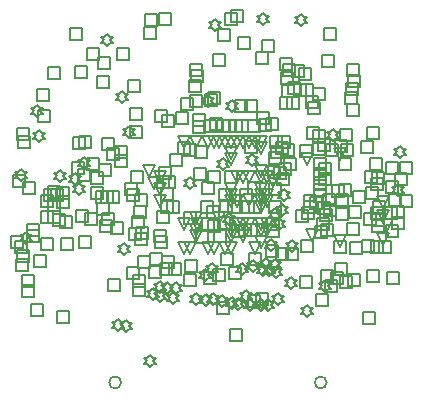
<source format=gbr>
G04*
G04 #@! TF.GenerationSoftware,Altium Limited,Altium Designer,24.6.1 (21)*
G04*
G04 Layer_Color=2752767*
%FSLAX44Y44*%
%MOMM*%
G71*
G04*
G04 #@! TF.SameCoordinates,46D9000B-954F-446C-B998-76B77EA3697B*
G04*
G04*
G04 #@! TF.FilePolarity,Positive*
G04*
G01*
G75*
%ADD13C,0.1270*%
%ADD92C,0.1693*%
D13*
X276098Y65854D02*
X271018Y76014D01*
X281178D01*
X276098Y65854D01*
X183670Y59662D02*
X178590Y69822D01*
X188750D01*
X183670Y59662D01*
Y69662D02*
X178590Y79822D01*
X188750D01*
X183670Y69662D01*
X123416Y99662D02*
X118336Y109822D01*
X128496D01*
X123416Y99662D01*
X251844Y70870D02*
X246764Y81030D01*
X256924D01*
X251844Y70870D01*
X275844Y138870D02*
X270764Y149030D01*
X280924D01*
X275844Y138870D01*
X183670Y109662D02*
X178590Y119822D01*
X188750D01*
X183670Y109662D01*
X123670Y119662D02*
X118590Y129822D01*
X128750D01*
X123670Y119662D01*
Y109662D02*
X118590Y119822D01*
X128750D01*
X123670Y109662D01*
X247844Y134870D02*
X242764Y145030D01*
X252924D01*
X247844Y134870D01*
X311844Y98870D02*
X306764Y109030D01*
X316924D01*
X311844Y98870D01*
Y66870D02*
X306764Y77030D01*
X316924D01*
X311844Y66870D01*
X315844Y78870D02*
X310764Y89030D01*
X320924D01*
X315844Y78870D01*
X311844Y86870D02*
X306764Y97030D01*
X316924D01*
X311844Y86870D01*
X203670Y59662D02*
X198590Y69822D01*
X208750D01*
X203670Y59662D01*
X173670Y84662D02*
X168590Y94822D01*
X178750D01*
X173670Y84662D01*
X208670Y94662D02*
X203590Y104822D01*
X213750D01*
X208670Y94662D01*
X198628Y99822D02*
X193548Y109982D01*
X203708D01*
X198628Y99822D01*
X208670Y104662D02*
X203590Y114822D01*
X213750D01*
X208670Y104662D01*
Y99662D02*
X203590Y109822D01*
X213750D01*
X208670Y99662D01*
X213670D02*
X208590Y109822D01*
X218750D01*
X213670Y99662D01*
Y104662D02*
X208590Y114822D01*
X218750D01*
X213670Y104662D01*
X153670Y69662D02*
X148590Y79822D01*
X158750D01*
X153670Y69662D01*
X183670Y139662D02*
X178590Y149822D01*
X188750D01*
X183670Y139662D01*
X143670Y59662D02*
X138590Y69822D01*
X148750D01*
X143670Y59662D01*
Y79662D02*
X138590Y89822D01*
X148750D01*
X143670Y79662D01*
X118670Y114662D02*
X113590Y124822D01*
X123750D01*
X118670Y114662D01*
X113670Y124662D02*
X108590Y134822D01*
X118750D01*
X113670Y124662D01*
X143670Y149662D02*
X138590Y159822D01*
X148750D01*
X143670Y149662D01*
X183670Y99662D02*
X178590Y109822D01*
X188750D01*
X183670Y99662D01*
X153670Y74662D02*
X148590Y84822D01*
X158750D01*
X153670Y74662D01*
X154686Y79502D02*
X149606Y89662D01*
X159766D01*
X154686Y79502D01*
X153670Y84662D02*
X148590Y94822D01*
X158750D01*
X153670Y84662D01*
X208670Y109662D02*
X203590Y119822D01*
X213750D01*
X208670Y109662D01*
Y124662D02*
X203590Y134822D01*
X213750D01*
X208670Y124662D01*
X213670Y119662D02*
X208590Y129822D01*
X218750D01*
X213670Y119662D01*
X208670D02*
X203590Y129822D01*
X213750D01*
X208670Y119662D01*
X198670D02*
X193590Y129822D01*
X203750D01*
X198670Y119662D01*
X193670D02*
X188590Y129822D01*
X198750D01*
X193670Y119662D01*
X188670D02*
X183590Y129822D01*
X193750D01*
X188670Y119662D01*
X183670Y134662D02*
X178590Y144822D01*
X188750D01*
X183670Y134662D01*
X208670Y144662D02*
X203590Y154822D01*
X213750D01*
X208670Y144662D01*
Y149662D02*
X203590Y159822D01*
X213750D01*
X208670Y149662D01*
X203670D02*
X198590Y159822D01*
X208750D01*
X203670Y149662D01*
X198670D02*
X193590Y159822D01*
X203750D01*
X198670Y149662D01*
X173670D02*
X168590Y159822D01*
X178750D01*
X173670Y149662D01*
X193670D02*
X188590Y159822D01*
X198750D01*
X193670Y149662D01*
X188670D02*
X183590Y159822D01*
X193750D01*
X188670Y149662D01*
X183670D02*
X178590Y159822D01*
X188750D01*
X183670Y149662D01*
X178670D02*
X173590Y159822D01*
X183750D01*
X178670Y149662D01*
X168670D02*
X163590Y159822D01*
X173750D01*
X168670Y149662D01*
X163670D02*
X158590Y159822D01*
X168750D01*
X163670Y149662D01*
X153670D02*
X148590Y159822D01*
X158750D01*
X153670Y149662D01*
X208670Y64662D02*
X203590Y74822D01*
X213750D01*
X208670Y64662D01*
X213670Y74662D02*
X208590Y84822D01*
X218750D01*
X213670Y74662D01*
X208670D02*
X203590Y84822D01*
X213750D01*
X208670Y74662D01*
X213670Y79662D02*
X208590Y89822D01*
X218750D01*
X213670Y79662D01*
X208670D02*
X203590Y89822D01*
X213750D01*
X208670Y79662D01*
X188670Y99662D02*
X183590Y109822D01*
X193750D01*
X188670Y99662D01*
X198670Y79662D02*
X193590Y89822D01*
X203750D01*
X198670Y79662D01*
X188670D02*
X183590Y89822D01*
X193750D01*
X188670Y79662D01*
X193670D02*
X188590Y89822D01*
X198750D01*
X193670Y79662D01*
Y69662D02*
X188590Y79822D01*
X198750D01*
X193670Y69662D01*
X178670Y59662D02*
X173590Y69822D01*
X183750D01*
X178670Y59662D01*
X183670Y74662D02*
X178590Y84822D01*
X188750D01*
X183670Y74662D01*
X168670Y59662D02*
X163590Y69822D01*
X173750D01*
X168670Y59662D01*
X163670D02*
X158590Y69822D01*
X168750D01*
X163670Y59662D01*
X148670D02*
X143590Y69822D01*
X153750D01*
X148670Y59662D01*
X196088Y19012D02*
X198628Y21552D01*
X201168D01*
X198628Y24092D01*
X201168Y26632D01*
X198628D01*
X196088Y29172D01*
X193548Y26632D01*
X191008D01*
X193548Y24092D01*
X191008Y21552D01*
X193548D01*
X196088Y19012D01*
X28809Y207736D02*
Y217896D01*
X38969D01*
Y207736D01*
X28809D01*
X51308Y208280D02*
Y218440D01*
X61468D01*
Y208280D01*
X51308D01*
X230124Y54610D02*
Y64770D01*
X240284D01*
Y54610D01*
X230124D01*
X234078Y29810D02*
X236618Y32350D01*
X239158D01*
X236618Y34890D01*
X239158Y37430D01*
X236618D01*
X234078Y39970D01*
X231538Y37430D01*
X228998D01*
X231538Y34890D01*
X228998Y32350D01*
X231538D01*
X234078Y29810D01*
X241748Y30531D02*
Y40690D01*
X251908D01*
Y30531D01*
X241748D01*
X298450Y35814D02*
Y45974D01*
X308610D01*
Y35814D01*
X298450D01*
X201370Y134217D02*
X203910Y136757D01*
X206450D01*
X203910Y139297D01*
X206450Y141837D01*
X203910D01*
X201370Y144377D01*
X198830Y141837D01*
X196290D01*
X198830Y139297D01*
X196290Y136757D01*
X198830D01*
X201370Y134217D01*
X235243Y61253D02*
X237783Y63793D01*
X240323D01*
X237783Y66333D01*
X240323Y68873D01*
X237783D01*
X235243Y71413D01*
X232703Y68873D01*
X230163D01*
X232703Y66333D01*
X230163Y63793D01*
X232703D01*
X235243Y61253D01*
X284081Y59607D02*
Y69767D01*
X294241D01*
Y59607D01*
X284081D01*
X270902Y60800D02*
Y70960D01*
X281062D01*
Y60800D01*
X270902D01*
X272519Y88234D02*
Y98394D01*
X282679D01*
Y88234D01*
X272519D01*
X281925Y75835D02*
Y85995D01*
X292085D01*
Y75835D01*
X281925D01*
X242972Y61220D02*
Y71380D01*
X253132D01*
Y61220D01*
X242972D01*
X254532Y72870D02*
Y83030D01*
X264692D01*
Y72870D01*
X254532D01*
X169466Y70028D02*
Y80188D01*
X179626D01*
Y70028D01*
X169466D01*
X164014Y77908D02*
Y88068D01*
X174174D01*
Y77908D01*
X164014D01*
X158776Y79710D02*
Y89870D01*
X168936D01*
Y79710D01*
X158776D01*
X35814Y98806D02*
Y108966D01*
X45974D01*
Y98806D01*
X35814D01*
Y106056D02*
Y116216D01*
X45974D01*
Y106056D01*
X35814D01*
X102948Y72603D02*
Y82763D01*
X113108D01*
Y72603D01*
X102948D01*
X102325Y100580D02*
Y110740D01*
X112485D01*
Y100580D01*
X102325D01*
X95184Y104713D02*
Y114874D01*
X105344D01*
Y104713D01*
X95184D01*
X124539Y104959D02*
Y115119D01*
X134699D01*
Y104959D01*
X124539D01*
X163578Y119945D02*
Y130105D01*
X173738D01*
Y119945D01*
X163578D01*
X158623Y110146D02*
Y120306D01*
X168783D01*
Y110146D01*
X158623D01*
X114300Y38922D02*
Y49082D01*
X124460D01*
Y38922D01*
X114300D01*
X114808Y50281D02*
Y60441D01*
X124968D01*
Y50281D01*
X114808D01*
X118590Y69662D02*
Y79822D01*
X128750D01*
Y69662D01*
X118590D01*
X119078Y64435D02*
Y74595D01*
X129238D01*
Y64435D01*
X119078D01*
X120944Y85557D02*
Y95717D01*
X131104D01*
Y85557D01*
X120944D01*
X104558Y47833D02*
Y57993D01*
X114718D01*
Y47833D01*
X104558D01*
X125366Y47427D02*
Y57587D01*
X135526D01*
Y47427D01*
X125366D01*
X276115Y30913D02*
Y41073D01*
X286275D01*
Y30913D01*
X276115D01*
X294609Y61677D02*
Y71837D01*
X304769D01*
Y61677D01*
X294609D01*
X282448Y32766D02*
Y42926D01*
X292608D01*
Y32766D01*
X282448D01*
X238148Y86842D02*
Y97002D01*
X248308D01*
Y86842D01*
X238148D01*
X259594Y75061D02*
Y85221D01*
X269754D01*
Y75061D01*
X259594D01*
X243269Y88870D02*
Y99030D01*
X253428D01*
Y88870D01*
X243269D01*
X283210Y89662D02*
Y99822D01*
X293370D01*
Y89662D01*
X283210D01*
X297688Y106172D02*
Y116332D01*
X307848D01*
Y106172D01*
X297688D01*
X296164Y83820D02*
Y93980D01*
X306324D01*
Y83820D01*
X296164D01*
X198229Y110592D02*
Y120752D01*
X208389D01*
Y110592D01*
X198229D01*
X173039Y104760D02*
Y114920D01*
X183199D01*
Y104760D01*
X173039D01*
X176286Y130738D02*
X178826Y133278D01*
X181366D01*
X178826Y135818D01*
X181366Y138358D01*
X178826D01*
X176286Y140898D01*
X173746Y138358D01*
X171206D01*
X173746Y135818D01*
X171206Y133278D01*
X173746D01*
X176286Y130738D01*
X187198Y179568D02*
Y189728D01*
X197358D01*
Y179568D01*
X187198D01*
X204243Y220218D02*
Y230378D01*
X214403D01*
Y220218D01*
X204243D01*
X172466Y239702D02*
Y249862D01*
X182626D01*
Y239702D01*
X172466D01*
X208811Y11453D02*
X211351Y13993D01*
X213891D01*
X211351Y16533D01*
X213891Y19073D01*
X211351D01*
X208811Y21613D01*
X206271Y19073D01*
X203731D01*
X206271Y16533D01*
X203731Y13993D01*
X206271D01*
X208811Y11453D01*
X204470Y16667D02*
Y26827D01*
X214630D01*
Y16667D01*
X204470D01*
X197980Y14978D02*
Y25138D01*
X208140D01*
Y14978D01*
X197980D01*
X213603Y79818D02*
Y89978D01*
X223763D01*
Y79818D01*
X213603D01*
X213853Y74190D02*
Y84350D01*
X224013D01*
Y74190D01*
X213853D01*
X215429Y94268D02*
Y104427D01*
X225589D01*
Y94268D01*
X215429D01*
X131661Y133823D02*
Y143983D01*
X141821D01*
Y133823D01*
X131661D01*
X122682Y123444D02*
Y133604D01*
X132842D01*
Y123444D01*
X122682D01*
X138590Y144662D02*
Y154822D01*
X148750D01*
Y144662D01*
X138590D01*
X84936Y133170D02*
Y143330D01*
X95096D01*
Y133170D01*
X84936D01*
X85185Y141132D02*
Y151292D01*
X95345D01*
Y141132D01*
X85185D01*
X10382Y74886D02*
Y85046D01*
X20542D01*
Y74886D01*
X10382D01*
Y69870D02*
Y80030D01*
X20542D01*
Y69870D01*
X10382D01*
X298831Y157099D02*
Y167259D01*
X308991D01*
Y157099D01*
X298831D01*
X189382Y233204D02*
Y243364D01*
X199542D01*
Y233204D01*
X189382D01*
X169820Y248786D02*
X172360Y251326D01*
X174900D01*
X172360Y253866D01*
X174900Y256406D01*
X172360D01*
X169820Y258946D01*
X167280Y256406D01*
X164740D01*
X167280Y253866D01*
X164740Y251326D01*
X167280D01*
X169820Y248786D01*
X123458Y26585D02*
X125998Y29125D01*
X128538D01*
X125998Y31665D01*
X128538Y34205D01*
X125998D01*
X123458Y36745D01*
X120918Y34205D01*
X118378D01*
X120918Y31665D01*
X118378Y29125D01*
X120918D01*
X123458Y26585D01*
X253705Y130338D02*
Y140498D01*
X263865D01*
Y130338D01*
X253705D01*
X228514Y130886D02*
Y141046D01*
X238674D01*
Y130886D01*
X228514D01*
X102051Y67153D02*
Y77313D01*
X112211D01*
Y67153D01*
X102051D01*
X302371Y89292D02*
Y99452D01*
X312531D01*
Y89292D01*
X302371D01*
X303558Y94679D02*
Y104839D01*
X313718D01*
Y94679D01*
X303558D01*
X143695Y142679D02*
Y152839D01*
X153855D01*
Y142679D01*
X143695D01*
X226920Y142403D02*
Y152563D01*
X237080D01*
Y142403D01*
X226920D01*
X303007Y83465D02*
Y93625D01*
X313167D01*
Y83465D01*
X303007D01*
X319562Y80334D02*
Y90494D01*
X329722D01*
Y80334D01*
X319562D01*
X78780Y138880D02*
Y149040D01*
X88940D01*
Y138880D01*
X78780D01*
X74280Y147786D02*
Y157946D01*
X84440D01*
Y147786D01*
X74280D01*
X78521Y102886D02*
Y113046D01*
X88681D01*
Y102886D01*
X78521D01*
X152291Y122162D02*
Y132322D01*
X162451D01*
Y122162D01*
X152291D01*
X143533Y84946D02*
Y95106D01*
X153693D01*
Y84946D01*
X143533D01*
X122174Y253492D02*
Y263652D01*
X132334D01*
Y253492D01*
X122174D01*
X99853Y81788D02*
Y91948D01*
X110014D01*
Y81788D01*
X99853D01*
X81629Y76708D02*
Y86868D01*
X91790D01*
Y76708D01*
X81629D01*
X93980Y109824D02*
Y119984D01*
X104140D01*
Y109824D01*
X93980D01*
X70358Y92710D02*
Y102870D01*
X80518D01*
Y92710D01*
X70358D01*
X39417Y63386D02*
Y73546D01*
X49577D01*
Y63386D01*
X39417D01*
X22664D02*
Y73546D01*
X32824D01*
Y63386D01*
X22664D01*
X255270Y15748D02*
Y25908D01*
X265430D01*
Y15748D01*
X255270D01*
X268074Y34174D02*
Y44334D01*
X278234D01*
Y34174D01*
X268074D01*
X263110Y27471D02*
Y37631D01*
X273270D01*
Y27471D01*
X263110D01*
X210243Y253786D02*
X212783Y256326D01*
X215323D01*
X212783Y258866D01*
X215323Y261406D01*
X212783D01*
X210243Y263946D01*
X207703Y261406D01*
X205163D01*
X207703Y258866D01*
X205163Y256326D01*
X207703D01*
X210243Y253786D01*
X326644Y127508D02*
Y137668D01*
X336804D01*
Y127508D01*
X326644D01*
X321999Y118134D02*
Y128294D01*
X332159D01*
Y118134D01*
X321999D01*
X161180Y36584D02*
X163720Y39124D01*
X166260D01*
X163720Y41664D01*
X166260Y44204D01*
X163720D01*
X161180Y46744D01*
X158640Y44204D01*
X156100D01*
X158640Y41664D01*
X156100Y39124D01*
X158640D01*
X161180Y36584D01*
X143292Y32722D02*
Y42882D01*
X153452D01*
Y32722D01*
X143292D01*
X175125Y49864D02*
Y60024D01*
X185285D01*
Y49864D01*
X175125D01*
X160894Y34036D02*
Y44196D01*
X171054D01*
Y34036D01*
X160894D01*
X182622Y-14334D02*
Y-4174D01*
X192782D01*
Y-14334D01*
X182622D01*
X189738Y11938D02*
X192278Y14478D01*
X194818D01*
X192278Y17018D01*
X194818Y19558D01*
X192278D01*
X189738Y22098D01*
X187198Y19558D01*
X184658D01*
X187198Y17018D01*
X184658Y14478D01*
X187198D01*
X189738Y11938D01*
X184048Y12848D02*
X186588Y15388D01*
X189128D01*
X186588Y17928D01*
X189128Y20468D01*
X186588D01*
X184048Y23008D01*
X181508Y20468D01*
X178968D01*
X181508Y17928D01*
X178968Y15388D01*
X181508D01*
X184048Y12848D01*
X49091Y127363D02*
Y137523D01*
X59251D01*
Y127363D01*
X49091D01*
X54102Y121368D02*
Y131528D01*
X64262D01*
Y121368D01*
X54102D01*
X55027Y109220D02*
X57567Y111760D01*
X60107D01*
X57567Y114300D01*
X60107Y116840D01*
X57567D01*
X55027Y119380D01*
X52487Y116840D01*
X49947D01*
X52487Y114300D01*
X49947Y111760D01*
X52487D01*
X55027Y109220D01*
X71816Y125550D02*
Y135710D01*
X81976D01*
Y125550D01*
X71816D01*
X58950Y131136D02*
X61490Y133676D01*
X64030D01*
X61490Y136216D01*
X64030Y138756D01*
X61490D01*
X58950Y141296D01*
X56410Y138756D01*
X53870D01*
X56410Y136216D01*
X53870Y133676D01*
X56410D01*
X58950Y131136D01*
X61902Y130283D02*
Y140443D01*
X72062D01*
Y130283D01*
X61902D01*
X72514Y78247D02*
Y88407D01*
X82674D01*
Y78247D01*
X72514D01*
X52324Y86868D02*
Y97028D01*
X62484D01*
Y86868D01*
X52324D01*
X24892Y104276D02*
Y114436D01*
X35052D01*
Y104276D01*
X24892D01*
X28681Y107167D02*
Y117327D01*
X38841D01*
Y107167D01*
X28681D01*
X6998Y110534D02*
Y120694D01*
X17158D01*
Y110534D01*
X6998D01*
X38899Y120347D02*
X41439Y122887D01*
X43979D01*
X41439Y125427D01*
X43979Y127967D01*
X41439D01*
X38899Y130507D01*
X36359Y127967D01*
X33819D01*
X36359Y125427D01*
X33819Y122887D01*
X36359D01*
X38899Y120347D01*
X3048Y149606D02*
Y159766D01*
X13208D01*
Y149606D01*
X3048D01*
X163678Y183896D02*
X166218Y186436D01*
X168758D01*
X166218Y188976D01*
X168758Y191516D01*
X166218D01*
X163678Y194056D01*
X161138Y191516D01*
X158598D01*
X161138Y188976D01*
X158598Y186436D01*
X161138D01*
X163678Y183896D01*
X150876Y161994D02*
Y172154D01*
X161036D01*
Y161994D01*
X150876D01*
X326589Y99316D02*
Y109476D01*
X336749D01*
Y99316D01*
X326589D01*
X317033Y100338D02*
Y110498D01*
X327193D01*
Y100338D01*
X317033D01*
X303048Y118854D02*
Y129014D01*
X313208D01*
Y118854D01*
X303048D01*
X274748Y130416D02*
Y140576D01*
X284908D01*
Y130416D01*
X274748D01*
X296635Y119993D02*
Y130153D01*
X306795D01*
Y119993D01*
X296635D01*
X167446Y41544D02*
X169986Y44084D01*
X172526D01*
X169986Y46624D01*
X172526Y49164D01*
X169986D01*
X167446Y51704D01*
X164905Y49164D01*
X162365D01*
X164905Y46624D01*
X162365Y44084D01*
X164905D01*
X167446Y41544D01*
X168396Y36569D02*
Y46729D01*
X178556D01*
Y36569D01*
X168396D01*
X171196Y8636D02*
Y18796D01*
X181356D01*
Y8636D01*
X171196D01*
X176022Y14732D02*
X178562Y17272D01*
X181102D01*
X178562Y19812D01*
X181102Y22352D01*
X178562D01*
X176022Y24892D01*
X173482Y22352D01*
X170942D01*
X173482Y19812D01*
X170942Y17272D01*
X173482D01*
X176022Y14732D01*
X121019Y115408D02*
Y125568D01*
X131179D01*
Y115408D01*
X121019D01*
X126028Y115780D02*
Y125940D01*
X136188D01*
Y115780D01*
X126028D01*
X225083Y215565D02*
Y225725D01*
X235243D01*
Y215565D01*
X225083D01*
X241300Y206738D02*
Y216898D01*
X251460D01*
Y206738D01*
X241300D01*
X276170Y142493D02*
Y152653D01*
X286330D01*
Y142493D01*
X276170D01*
X271827Y145893D02*
Y156053D01*
X281987D01*
Y145893D01*
X271827D01*
X227076Y210422D02*
Y220582D01*
X237236D01*
Y210422D01*
X227076D01*
X259464Y35511D02*
Y45671D01*
X269624D01*
Y35511D01*
X259464D01*
X286766Y102616D02*
Y112776D01*
X296926D01*
Y102616D01*
X286766D01*
X274594Y108438D02*
Y118598D01*
X284754D01*
Y108438D01*
X274594D01*
X250400Y98088D02*
Y108248D01*
X260560D01*
Y98088D01*
X250400D01*
X245613Y93926D02*
Y104086D01*
X255773D01*
Y93926D01*
X245613D01*
X226434Y91440D02*
X228974Y93980D01*
X231514D01*
X228974Y96520D01*
X231514Y99060D01*
X228974D01*
X226434Y101600D01*
X223894Y99060D01*
X221354D01*
X223894Y96520D01*
X221354Y93980D01*
X223894D01*
X226434Y91440D01*
X244957Y99402D02*
Y109562D01*
X255117D01*
Y99402D01*
X244957D01*
X153140Y140902D02*
Y151062D01*
X163300D01*
Y140902D01*
X153140D01*
X165862Y164338D02*
Y174498D01*
X176022D01*
Y164338D01*
X165862D01*
X160579Y162753D02*
Y172913D01*
X170739D01*
Y162753D01*
X160579D01*
X30988Y104789D02*
Y114949D01*
X41148D01*
Y104789D01*
X30988D01*
X129334Y94524D02*
Y104684D01*
X139494D01*
Y94524D01*
X129334D01*
X123820Y94373D02*
Y104533D01*
X133980D01*
Y94373D01*
X123820D01*
X87252Y223774D02*
Y233934D01*
X97411D01*
Y223774D01*
X87252D01*
X141224Y181356D02*
Y191516D01*
X151384D01*
Y181356D01*
X141224D01*
X151316Y168148D02*
Y178308D01*
X161476D01*
Y168148D01*
X151316D01*
X137189Y169227D02*
Y179387D01*
X147349D01*
Y169227D01*
X137189D01*
X147546Y196850D02*
Y207010D01*
X157706D01*
Y196850D01*
X147546D01*
X148550Y183896D02*
Y194056D01*
X158710D01*
Y183896D01*
X148550D01*
X96478Y197104D02*
Y207264D01*
X106638D01*
Y197104D01*
X96478D01*
X262674Y27485D02*
X265214Y30024D01*
X267754D01*
X265214Y32564D01*
X267754Y35104D01*
X265214D01*
X262674Y37645D01*
X260134Y35104D01*
X257594D01*
X260134Y32564D01*
X257594Y30024D01*
X260134D01*
X262674Y27485D01*
X271526Y41495D02*
Y51655D01*
X281686D01*
Y41495D01*
X271526D01*
X269081Y108251D02*
Y118411D01*
X279241D01*
Y108251D01*
X269081D01*
X19342Y189268D02*
Y199428D01*
X29502D01*
Y189268D01*
X19342D01*
X64516Y106129D02*
Y116289D01*
X74676D01*
Y106129D01*
X64516D01*
X46736Y240538D02*
Y250698D01*
X56896D01*
Y240538D01*
X46736D01*
X183134Y256334D02*
Y266494D01*
X193294D01*
Y256334D01*
X183134D01*
X20066Y171198D02*
Y181358D01*
X30226D01*
Y171198D01*
X20066D01*
X18975Y175214D02*
X21515Y177754D01*
X24055D01*
X21515Y180294D01*
X24055Y182834D01*
X21515D01*
X18975Y185374D01*
X16435Y182834D01*
X13895D01*
X16435Y180294D01*
X13895Y177754D01*
X16435D01*
X18975Y175214D01*
X78740Y235712D02*
X81280Y238252D01*
X83820D01*
X81280Y240792D01*
X83820Y243332D01*
X81280D01*
X78740Y245872D01*
X76200Y243332D01*
X73660D01*
X76200Y240792D01*
X73660Y238252D01*
X76200D01*
X78740Y235712D01*
X61214Y223774D02*
Y233934D01*
X71374D01*
Y223774D01*
X61214D01*
X109982Y241554D02*
Y251714D01*
X120142D01*
Y241554D01*
X109982D01*
X302375Y60198D02*
Y70358D01*
X312535D01*
Y60198D01*
X302375D01*
X308610D02*
Y70358D01*
X318770D01*
Y60198D01*
X308610D01*
X73660Y103124D02*
Y113284D01*
X83820D01*
Y103124D01*
X73660D01*
X69088D02*
Y113284D01*
X79248D01*
Y103124D01*
X69088D01*
X256032Y79502D02*
Y89662D01*
X266192D01*
Y79502D01*
X256032D01*
X262405Y92066D02*
Y102226D01*
X272565D01*
Y92066D01*
X262405D01*
X258766Y87915D02*
Y98075D01*
X268926D01*
Y87915D01*
X258766D01*
X148963Y114369D02*
X151503Y116909D01*
X154043D01*
X151503Y119449D01*
X154043Y121989D01*
X151503D01*
X148963Y124529D01*
X146423Y121989D01*
X143883D01*
X146423Y119449D01*
X143883Y116909D01*
X146423D01*
X148963Y114369D01*
X218741Y116476D02*
X213661Y126636D01*
X223821D01*
X218741Y116476D01*
X98760Y119412D02*
Y129572D01*
X108920D01*
Y119412D01*
X98760D01*
X79248Y28448D02*
Y38608D01*
X89408D01*
Y28448D01*
X79248D01*
X100330Y31908D02*
Y42068D01*
X110490D01*
Y31908D01*
X100330D01*
X181869Y84115D02*
X184409Y86655D01*
X186949D01*
X184409Y89195D01*
X186949Y91735D01*
X184409D01*
X181869Y94275D01*
X179329Y91735D01*
X176789D01*
X179329Y89195D01*
X176789Y86655D01*
X179329D01*
X181869Y84115D01*
X158210Y94363D02*
Y104523D01*
X168370D01*
Y94363D01*
X158210D01*
X163430Y90154D02*
Y100314D01*
X173590D01*
Y90154D01*
X163430D01*
X174417Y94778D02*
Y104938D01*
X184577D01*
Y94778D01*
X174417D01*
X125330Y166878D02*
Y177038D01*
X135490D01*
Y166878D01*
X125330D01*
X178306Y119710D02*
Y129870D01*
X188466D01*
Y119710D01*
X178306D01*
X276066Y154980D02*
Y165140D01*
X286226D01*
Y154980D01*
X276066D01*
X241838Y141828D02*
Y151988D01*
X251998D01*
Y141828D01*
X241838D01*
X223520Y149180D02*
Y159340D01*
X233680D01*
Y149180D01*
X223520D01*
X123176Y42073D02*
Y52233D01*
X133336D01*
Y42073D01*
X123176D01*
X153529Y68786D02*
Y78946D01*
X163689D01*
Y68786D01*
X153529D01*
X168280Y219038D02*
Y229198D01*
X178440D01*
Y219038D01*
X168280D01*
X149010Y210429D02*
Y220589D01*
X159170D01*
Y210429D01*
X149010D01*
X149860Y205486D02*
Y215646D01*
X160020D01*
Y205486D01*
X149860D01*
X195649Y145088D02*
Y155248D01*
X205809D01*
Y145088D01*
X195649D01*
X178447Y253286D02*
Y263446D01*
X188608D01*
Y253286D01*
X178447D01*
X161343Y184605D02*
Y194765D01*
X171503D01*
Y184605D01*
X161343D01*
X164108Y186773D02*
Y196933D01*
X174268D01*
Y186773D01*
X164108D01*
X184125Y179856D02*
X186665Y182396D01*
X189205D01*
X186665Y184936D01*
X189205Y187476D01*
X186665D01*
X184125Y190016D01*
X181585Y187476D01*
X179045D01*
X181585Y184936D01*
X179045Y182396D01*
X181585D01*
X184125Y179856D01*
X314871Y111464D02*
Y121624D01*
X325031D01*
Y111464D01*
X314871D01*
X70358Y199898D02*
Y210058D01*
X80518D01*
Y199898D01*
X70358D01*
X21130Y154650D02*
X23670Y157191D01*
X26210D01*
X23670Y159731D01*
X26210Y162271D01*
X23670D01*
X21130Y164811D01*
X18590Y162271D01*
X16050D01*
X18590Y159731D01*
X16050Y157191D01*
X18590D01*
X21130Y154650D01*
X28230Y96194D02*
Y106354D01*
X38390D01*
Y96194D01*
X28230D01*
X253095Y143146D02*
Y153306D01*
X263255D01*
Y143146D01*
X253095D01*
X161956Y15748D02*
X164496Y18288D01*
X167036D01*
X164496Y20828D01*
X167036Y23368D01*
X164496D01*
X161956Y25908D01*
X159416Y23368D01*
X156876D01*
X159416Y20828D01*
X156876Y18288D01*
X159416D01*
X161956Y15748D01*
X153924Y16062D02*
X156464Y18602D01*
X159004D01*
X156464Y21142D01*
X159004Y23682D01*
X156464D01*
X153924Y26222D01*
X151384Y23682D01*
X148844D01*
X151384Y21142D01*
X148844Y18602D01*
X151384D01*
X153924Y16062D01*
X214884Y10922D02*
X217424Y13462D01*
X219964D01*
X217424Y16002D01*
X219964Y18542D01*
X217424D01*
X214884Y21082D01*
X212344Y18542D01*
X209804D01*
X212344Y16002D01*
X209804Y13462D01*
X212344D01*
X214884Y10922D01*
X199300Y11291D02*
X201840Y13831D01*
X204380D01*
X201840Y16371D01*
X204380Y18911D01*
X201840D01*
X199300Y21451D01*
X196760Y18911D01*
X194220D01*
X196760Y16371D01*
X194220Y13831D01*
X196760D01*
X199300Y11291D01*
X98092Y173228D02*
Y183388D01*
X108252D01*
Y173228D01*
X98092D01*
X118929Y171251D02*
Y181411D01*
X129089D01*
Y171251D01*
X118929D01*
X243078Y252222D02*
X245618Y254762D01*
X248158D01*
X245618Y257302D01*
X248158Y259842D01*
X245618D01*
X243078Y262382D01*
X240538Y259842D01*
X237998D01*
X240538Y257302D01*
X237998Y254762D01*
X240538D01*
X243078Y252222D01*
X269634Y155509D02*
X272174Y158049D01*
X274714D01*
X272174Y160589D01*
X274714Y163129D01*
X272174D01*
X269634Y165669D01*
X267094Y163129D01*
X264554D01*
X267094Y160589D01*
X264554Y158049D01*
X267094D01*
X269634Y155509D01*
X326390Y141224D02*
X328930Y143764D01*
X331470D01*
X328930Y146304D01*
X331470Y148844D01*
X328930D01*
X326390Y151384D01*
X323850Y148844D01*
X321310D01*
X323850Y146304D01*
X321310Y143764D01*
X323850D01*
X326390Y141224D01*
X221736Y54562D02*
Y64722D01*
X231896D01*
Y54562D01*
X221736D01*
X228140Y104870D02*
X230680Y107410D01*
X233220D01*
X230680Y109950D01*
X233220Y112490D01*
X230680D01*
X228140Y115030D01*
X225600Y112490D01*
X223060D01*
X225600Y109950D01*
X223060Y107410D01*
X225600D01*
X228140Y104870D01*
X224218Y80264D02*
X226758Y82804D01*
X229298D01*
X226758Y85344D01*
X229298Y87884D01*
X226758D01*
X224218Y90424D01*
X221678Y87884D01*
X219138D01*
X221678Y85344D01*
X219138Y82804D01*
X221678D01*
X224218Y80264D01*
X189837Y74804D02*
Y84964D01*
X199997D01*
Y74804D01*
X189837D01*
X195351Y74965D02*
Y85125D01*
X205511D01*
Y74965D01*
X195351D01*
X184353Y74210D02*
Y84370D01*
X194513D01*
Y74210D01*
X184353D01*
X198343Y49952D02*
Y60112D01*
X208503D01*
Y49952D01*
X198343D01*
X192952Y41480D02*
X195492Y44021D01*
X198032D01*
X195492Y46561D01*
X198032Y49100D01*
X195492D01*
X192952Y51641D01*
X190412Y49100D01*
X187872D01*
X190412Y46561D01*
X187872Y44021D01*
X190412D01*
X192952Y41480D01*
X210153Y41166D02*
X212693Y43706D01*
X215233D01*
X212693Y46246D01*
X215233Y48786D01*
X212693D01*
X210153Y51326D01*
X207613Y48786D01*
X205073D01*
X207613Y46246D01*
X205073Y43706D01*
X207613D01*
X210153Y41166D01*
X95217Y38484D02*
Y48644D01*
X105377D01*
Y38484D01*
X95217D01*
X87986Y-5829D02*
X90526Y-3289D01*
X93066D01*
X90526Y-749D01*
X93066Y1791D01*
X90526D01*
X87986Y4331D01*
X85446Y1791D01*
X82906D01*
X85446Y-749D01*
X82906Y-3289D01*
X85446D01*
X87986Y-5829D01*
X92916Y58372D02*
X95456Y60912D01*
X97996D01*
X95456Y63452D01*
X97996Y65992D01*
X95456D01*
X92916Y68532D01*
X90376Y65992D01*
X87836D01*
X90376Y63452D01*
X87836Y60912D01*
X90376D01*
X92916Y58372D01*
X131208Y41910D02*
Y52070D01*
X141368D01*
Y41910D01*
X131208D01*
X222640Y118149D02*
Y128309D01*
X232799D01*
Y118149D01*
X222640D01*
X172151Y81129D02*
Y91289D01*
X182311D01*
Y81129D01*
X172151D01*
X180848Y94488D02*
Y104648D01*
X191008D01*
Y94488D01*
X180848D01*
X167990Y16256D02*
X170530Y18796D01*
X173070D01*
X170530Y21336D01*
X173070Y23876D01*
X170530D01*
X167990Y26416D01*
X165450Y23876D01*
X162910D01*
X165450Y21336D01*
X162910Y18796D01*
X165450D01*
X167990Y16256D01*
X223175Y16417D02*
X225715Y18957D01*
X228255D01*
X225715Y21497D01*
X228255Y24037D01*
X225715D01*
X223175Y26577D01*
X220635Y24037D01*
X218095D01*
X220635Y21497D01*
X218095Y18957D01*
X220635D01*
X223175Y16417D01*
X28105Y86028D02*
Y96188D01*
X38265D01*
Y86028D01*
X28105D01*
X22606Y85598D02*
Y95758D01*
X32766D01*
Y85598D01*
X22606D01*
X-2958Y64591D02*
Y74750D01*
X7202D01*
Y64591D01*
X-2958D01*
X9594Y68299D02*
X12134Y70839D01*
X14674D01*
X12134Y73379D01*
X14674Y75919D01*
X12134D01*
X9594Y78459D01*
X7054Y75919D01*
X4514D01*
X7054Y73379D01*
X4514Y70839D01*
X7054D01*
X9594Y68299D01*
X584Y60362D02*
Y70522D01*
X10743D01*
Y60362D01*
X584D01*
X212948Y46228D02*
X215488Y48768D01*
X218028D01*
X215488Y51308D01*
X218028Y53848D01*
X215488D01*
X212948Y56388D01*
X210408Y53848D01*
X207868D01*
X210408Y51308D01*
X207868Y48768D01*
X210408D01*
X212948Y46228D01*
X220980Y45136D02*
X223520Y47676D01*
X226060D01*
X223520Y50216D01*
X226060Y52756D01*
X223520D01*
X220980Y55296D01*
X218440Y52756D01*
X215900D01*
X218440Y50216D01*
X215900Y47676D01*
X218440D01*
X220980Y45136D01*
X-762Y116404D02*
Y126564D01*
X9398D01*
Y116404D01*
X-762D01*
X5624Y121763D02*
X8164Y124303D01*
X10704D01*
X8164Y126843D01*
X10704Y129383D01*
X8164D01*
X5624Y131923D01*
X3084Y129383D01*
X544D01*
X3084Y126843D01*
X544Y124303D01*
X3084D01*
X5624Y121763D01*
X217669Y62162D02*
X220209Y64702D01*
X222749D01*
X220209Y67242D01*
X222749Y69782D01*
X220209D01*
X217669Y72322D01*
X215129Y69782D01*
X212589D01*
X215129Y67242D01*
X212589Y64702D01*
X215129D01*
X217669Y62162D01*
X213157Y56675D02*
Y66835D01*
X223317D01*
Y56675D01*
X213157D01*
X215268Y109194D02*
Y119354D01*
X225428D01*
Y109194D01*
X215268D01*
X91440Y187706D02*
X93980Y190246D01*
X96520D01*
X93980Y192786D01*
X96520Y195326D01*
X93980D01*
X91440Y197866D01*
X88900Y195326D01*
X86360D01*
X88900Y192786D01*
X86360Y190246D01*
X88900D01*
X91440Y187706D01*
X94488Y-6827D02*
X97028Y-4287D01*
X99568D01*
X97028Y-1747D01*
X99568Y793D01*
X97028D01*
X94488Y3333D01*
X91948Y793D01*
X89408D01*
X91948Y-1747D01*
X89408Y-4287D01*
X91948D01*
X94488Y-6827D01*
X115062Y-35814D02*
X117602Y-33274D01*
X120142D01*
X117602Y-30734D01*
X120142Y-28194D01*
X117602D01*
X115062Y-25654D01*
X112522Y-28194D01*
X109982D01*
X112522Y-30734D01*
X109982Y-33274D01*
X112522D01*
X115062Y-35814D01*
X64568Y119016D02*
Y129176D01*
X74728D01*
Y119016D01*
X64568D01*
X51784Y117602D02*
X54324Y120142D01*
X56864D01*
X54324Y122682D01*
X56864Y125222D01*
X54324D01*
X51784Y127762D01*
X49244Y125222D01*
X46704D01*
X49244Y122682D01*
X46704Y120142D01*
X49244D01*
X51784Y117602D01*
X97282Y157801D02*
X99822Y160341D01*
X102362D01*
X99822Y162881D01*
X102362Y165421D01*
X99822D01*
X97282Y167961D01*
X94742Y165421D01*
X92202D01*
X94742Y162881D01*
X92202Y160341D01*
X94742D01*
X97282Y157801D01*
X261394Y100514D02*
Y110674D01*
X271554D01*
Y100514D01*
X261394D01*
X191122Y104212D02*
Y114372D01*
X201282D01*
Y104212D01*
X191122D01*
X324641Y108561D02*
X327181Y111101D01*
X329721D01*
X327181Y113641D01*
X329721Y116181D01*
X327181D01*
X324641Y118721D01*
X322101Y116181D01*
X319561D01*
X322101Y113641D01*
X319561Y111101D01*
X322101D01*
X324641Y108561D01*
X144557Y44582D02*
Y54742D01*
X154717D01*
Y44582D01*
X144557D01*
X221638Y143995D02*
Y154155D01*
X231798D01*
Y143995D01*
X221638D01*
X129064Y25812D02*
X131604Y28352D01*
X134144D01*
X131604Y30892D01*
X134144Y33432D01*
X131604D01*
X129064Y35972D01*
X126524Y33432D01*
X123984D01*
X126524Y30892D01*
X123984Y28352D01*
X126524D01*
X129064Y25812D01*
X181356Y38608D02*
Y48768D01*
X191516D01*
Y38608D01*
X181356D01*
X215828Y40911D02*
X218368Y43451D01*
X220908D01*
X218368Y45991D01*
X220908Y48531D01*
X218368D01*
X215828Y51071D01*
X213288Y48531D01*
X210748D01*
X213288Y45991D01*
X210748Y43451D01*
X213288D01*
X215828Y40911D01*
X295250Y406D02*
Y10566D01*
X305410D01*
Y406D01*
X295250D01*
X202313Y44059D02*
X204853Y46599D01*
X207393D01*
X204853Y49139D01*
X207393Y51679D01*
X204853D01*
X202313Y54219D01*
X199774Y51679D01*
X197234D01*
X199774Y49139D01*
X197234Y46599D01*
X199774D01*
X202313Y44059D01*
X221192Y39624D02*
X223732Y42164D01*
X226272D01*
X223732Y44704D01*
X226272Y47244D01*
X223732D01*
X221192Y49784D01*
X218652Y47244D01*
X216112D01*
X218652Y44704D01*
X216112Y42164D01*
X218652D01*
X221192Y39624D01*
X193004Y94654D02*
Y104814D01*
X203164D01*
Y94654D01*
X193004D01*
X220724Y88756D02*
X223264Y91296D01*
X225804D01*
X223264Y93836D01*
X225804Y96376D01*
X223264D01*
X220724Y98916D01*
X218184Y96376D01*
X215644D01*
X218184Y93836D01*
X215644Y91296D01*
X218184D01*
X220724Y88756D01*
X198513Y94377D02*
Y104537D01*
X208673D01*
Y94377D01*
X198513D01*
X215926Y135626D02*
Y145786D01*
X226086D01*
Y135626D01*
X215926D01*
X216937Y141049D02*
Y151209D01*
X227097D01*
Y141049D01*
X216937D01*
X220213Y123103D02*
Y133263D01*
X230373D01*
Y123103D01*
X220213D01*
X214791Y124113D02*
Y134273D01*
X224951D01*
Y124113D01*
X214791D01*
X216154Y149081D02*
Y159241D01*
X226314D01*
Y149081D01*
X216154D01*
X123361Y18553D02*
X125901Y21093D01*
X128441D01*
X125901Y23633D01*
X128441Y26173D01*
X125901D01*
X123361Y28713D01*
X120821Y26173D01*
X118281D01*
X120821Y23633D01*
X118281Y21093D01*
X120821D01*
X123361Y18553D01*
X137096Y25661D02*
X139636Y28201D01*
X142176D01*
X139636Y30741D01*
X142176Y33281D01*
X139636D01*
X137096Y35821D01*
X134556Y33281D01*
X132016D01*
X134556Y30741D01*
X132016Y28201D01*
X134556D01*
X137096Y25661D01*
X247951Y157011D02*
Y167171D01*
X258111D01*
Y157011D01*
X247951D01*
X253267Y154779D02*
Y164939D01*
X263427D01*
Y154779D01*
X253267D01*
X247904Y5878D02*
X250444Y8418D01*
X252984D01*
X250444Y10958D01*
X252984Y13498D01*
X250444D01*
X247904Y16038D01*
X245364Y13498D01*
X242824D01*
X245364Y10958D01*
X242824Y8418D01*
X245364D01*
X247904Y5878D01*
X117588Y20306D02*
X120128Y22846D01*
X122668D01*
X120128Y25386D01*
X122668Y27926D01*
X120128D01*
X117588Y30466D01*
X115048Y27926D01*
X112508D01*
X115048Y25386D01*
X112508Y22846D01*
X115048D01*
X117588Y20306D01*
X134112Y17629D02*
X136652Y20169D01*
X139192D01*
X136652Y22709D01*
X139192Y25249D01*
X136652D01*
X134112Y27789D01*
X131572Y25249D01*
X129032D01*
X131572Y22709D01*
X129032Y20169D01*
X131572D01*
X134112Y17629D01*
X97790Y157801D02*
Y167961D01*
X107950D01*
Y157801D01*
X97790D01*
X207400Y164051D02*
Y174210D01*
X217560D01*
Y164051D01*
X207400D01*
X253509Y103251D02*
Y113411D01*
X263669D01*
Y103251D01*
X253509D01*
X213106Y164849D02*
Y175009D01*
X223266D01*
Y164849D01*
X213106D01*
X59841Y84328D02*
Y94488D01*
X70001D01*
Y84328D01*
X59841D01*
X73882D02*
Y94488D01*
X84042D01*
Y84328D01*
X73882D01*
X252965Y190235D02*
Y200395D01*
X263125D01*
Y190235D01*
X252965D01*
X281432Y176530D02*
Y186690D01*
X291592D01*
Y176530D01*
X281432D01*
X197667Y162977D02*
Y173137D01*
X207827D01*
Y162977D01*
X197667D01*
X264022Y142541D02*
Y152701D01*
X274182D01*
Y142541D01*
X264022D01*
X224513Y126886D02*
Y137046D01*
X234673D01*
Y126886D01*
X224513D01*
X6087Y31233D02*
Y41393D01*
X16247D01*
Y31233D01*
X6087D01*
X2286Y52990D02*
Y63150D01*
X12446D01*
Y52990D01*
X2286D01*
X1524Y44958D02*
Y55118D01*
X11684D01*
Y44958D01*
X1524D01*
X54785Y64607D02*
Y74767D01*
X64945D01*
Y64607D01*
X54785D01*
X17018Y48768D02*
Y58928D01*
X27178D01*
Y48768D01*
X17018D01*
X6604Y23368D02*
Y33528D01*
X16764D01*
Y23368D01*
X6604D01*
X188088Y162977D02*
Y173137D01*
X198248D01*
Y162977D01*
X188088D01*
X177096D02*
Y173137D01*
X187256D01*
Y162977D01*
X177096D01*
X182592Y162501D02*
Y172661D01*
X192752D01*
Y162501D01*
X182592D01*
X225298Y182056D02*
Y192216D01*
X235458D01*
Y182056D01*
X225298D01*
X231028Y182372D02*
Y192532D01*
X241188D01*
Y182372D01*
X231028D01*
X225806Y203152D02*
Y213312D01*
X235966D01*
Y203152D01*
X225806D01*
X226539Y192604D02*
Y202764D01*
X236699D01*
Y192604D01*
X226539D01*
X231648Y195120D02*
Y205280D01*
X241808D01*
Y195120D01*
X231648D01*
X236714Y192937D02*
Y203097D01*
X246874D01*
Y192937D01*
X236714D01*
X247266Y183356D02*
Y193515D01*
X257426D01*
Y183356D01*
X247266D01*
X195072Y179856D02*
Y190016D01*
X205232D01*
Y179856D01*
X195072D01*
X171196Y162814D02*
Y172974D01*
X181356D01*
Y162814D01*
X171196D01*
X256853Y93182D02*
Y103342D01*
X267013D01*
Y93182D01*
X256853D01*
X314859Y73676D02*
Y83836D01*
X325019D01*
Y73676D01*
X314859D01*
X319561Y89743D02*
Y99903D01*
X329721D01*
Y89743D01*
X319561D01*
X314047Y89594D02*
Y99754D01*
X324207D01*
Y89594D01*
X314047D01*
X257059Y146983D02*
Y157143D01*
X267219D01*
Y146983D01*
X257059D01*
X272542Y100076D02*
Y110236D01*
X282702D01*
Y100076D01*
X272542D01*
X257716Y126249D02*
Y136409D01*
X267876D01*
Y126249D01*
X257716D01*
X253862Y122303D02*
Y132463D01*
X264022D01*
Y122303D01*
X253862D01*
X205614Y169270D02*
Y179430D01*
X215774D01*
Y169270D01*
X205614D01*
X293116Y145034D02*
Y155194D01*
X303276D01*
Y145034D01*
X293116D01*
X248920Y178054D02*
Y188214D01*
X259080D01*
Y178054D01*
X248920D01*
X183395Y104394D02*
X178315Y114554D01*
X188475D01*
X183395Y104394D01*
X2540Y155702D02*
Y165862D01*
X12700D01*
Y155702D01*
X2540D01*
X71076Y216110D02*
Y226270D01*
X81236D01*
Y216110D01*
X71076D01*
X110744Y252984D02*
Y263144D01*
X120904D01*
Y252984D01*
X110744D01*
X315214Y33782D02*
Y43942D01*
X325374D01*
Y33782D01*
X315214D01*
X100330Y23876D02*
Y34036D01*
X110490D01*
Y23876D01*
X100330D01*
X36068Y1524D02*
Y11684D01*
X46228D01*
Y1524D01*
X36068D01*
X13716Y6858D02*
Y17018D01*
X23876D01*
Y6858D01*
X13716D01*
X242450Y193457D02*
Y203617D01*
X252610D01*
Y193457D01*
X242450D01*
X209804Y230632D02*
Y240792D01*
X219964D01*
Y230632D01*
X209804D01*
X234765Y209619D02*
Y219779D01*
X244925D01*
Y209619D01*
X234765D01*
X261874Y241046D02*
Y251206D01*
X272034D01*
Y241046D01*
X261874D01*
X260858Y217932D02*
Y228092D01*
X271018D01*
Y217932D01*
X260858D01*
X281940Y210566D02*
Y220726D01*
X292100D01*
Y210566D01*
X281940D01*
X282194Y200914D02*
Y211074D01*
X292354D01*
Y200914D01*
X282194D01*
X280670Y194310D02*
Y204470D01*
X290830D01*
Y194310D01*
X280670D01*
X280162Y186182D02*
Y196342D01*
X290322D01*
Y186182D01*
X280162D01*
X101573Y89916D02*
Y100076D01*
X111733D01*
Y89916D01*
X101573D01*
X254019Y114270D02*
Y124431D01*
X264179D01*
Y114270D01*
X254019D01*
X257846Y118243D02*
Y128403D01*
X268006D01*
Y118243D01*
X257846D01*
X253799Y108759D02*
Y118919D01*
X263959D01*
Y108759D01*
X253799D01*
X300990Y130810D02*
Y140970D01*
X311150D01*
Y130810D01*
X300990D01*
X302600Y77940D02*
Y88100D01*
X312760D01*
Y77940D01*
X302600D01*
X302397Y113377D02*
Y123537D01*
X312557D01*
Y113377D01*
X302397D01*
X314706Y127508D02*
Y137668D01*
X324866D01*
Y127508D01*
X314706D01*
X38373Y81986D02*
Y92146D01*
X48533D01*
Y81986D01*
X38373D01*
X32972Y83104D02*
Y93264D01*
X43132D01*
Y83104D01*
X32972D01*
X22212Y99167D02*
Y109327D01*
X32372D01*
Y99167D01*
X22212D01*
X97500Y71846D02*
Y82006D01*
X107660D01*
Y71846D01*
X97500D01*
X54745Y149563D02*
Y159723D01*
X64905D01*
Y149563D01*
X54745D01*
X49367Y148336D02*
Y158496D01*
X59527D01*
Y148336D01*
X49367D01*
D92*
X264466Y-49200D02*
G03*
X264466Y-49200I-5080J0D01*
G01*
X90466D02*
G03*
X90466Y-49200I-5080J0D01*
G01*
M02*

</source>
